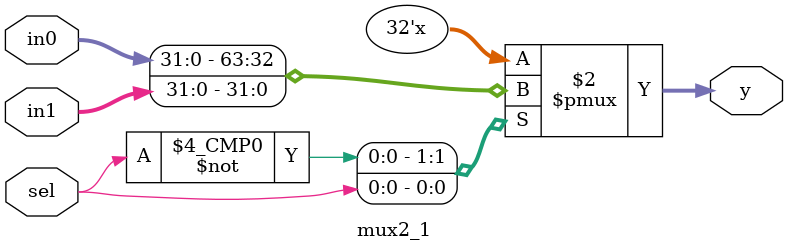
<source format=v>
module mux2_1(in0,in1,y,sel);
parameter DATA_LENGTH = 32;

input [DATA_LENGTH-1:0] in0,in1;
input sel;
output reg [DATA_LENGTH-1:0]y;

always @(in0 or in1 or sel)
begin
	case(sel)
		1'b0: y = in0;
		1'b1: y = in1;
	endcase
end


endmodule 

</source>
